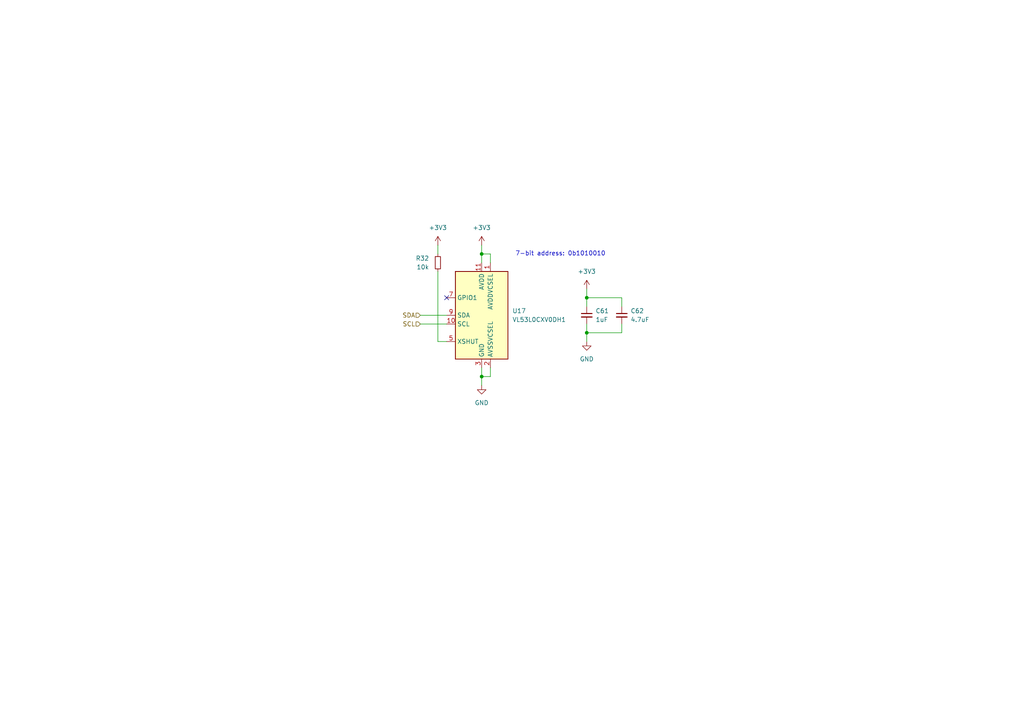
<source format=kicad_sch>
(kicad_sch (version 20250114) (generator "eeschema") (generator_version "9.0")
  (paper "A4")
  (lib_symbols
    (symbol "Device:C_Small" (pin_numbers (hide yes)) (pin_names (offset 0.254) (hide yes))
      (property "Reference" "C" (at 0.254 1.778 0))
      (property "Value" "C_Small" (at 0.254 -2.032 0))
      (symbol "C_Small_0_1"
        (polyline (pts (xy -1.524 0.508) (xy 1.524 0.508)) (stroke (width 0.3048)))
        (polyline (pts (xy -1.524 -0.508) (xy 1.524 -0.508)) (stroke (width 0.3302)))
      )
      (symbol "C_Small_1_1"
        (pin passive line (at 0 2.54 270) (length 2.032) (name "~") (number "1"))
        (pin passive line (at 0 -2.54 90) (length 2.032) (name "~") (number "2"))
      )
    )
    (symbol "Device:R_Small" (pin_numbers (hide yes)) (pin_names (offset 0.254) (hide yes))
      (property "Reference" "R" (at 0.762 0.508 0))
      (property "Value" "R_Small" (at 0.762 -1.016 0))
      (symbol "R_Small_0_1"
        (rectangle (start -0.762 1.778) (end 0.762 -1.778) (stroke (width 0.2032)))
      )
      (symbol "R_Small_1_1"
        (pin passive line (at 0 2.54 270) (length 0.762) (name "~") (number "1"))
        (pin passive line (at 0 -2.54 90) (length 0.762) (name "~") (number "2"))
      )
    )
    (symbol "Sensor_Distance:VL53L0CXV0DH1"
      (property "Reference" "U" (at -6.35 13.97 0))
      (property "Value" "VL53L0CXV0DH1" (at 12.065 13.97 0))
      (symbol "VL53L0CXV0DH1_0_1"
        (rectangle (start -7.62 12.7) (end 7.62 -12.7) (stroke (width 0.254)) (fill (type background)))
      )
      (symbol "VL53L0CXV0DH1_1_1"
        (pin open_collector line (at -10.16 5.08 0) (length 2.54) (name "GPIO1") (number "7"))
        (pin bidirectional line (at -10.16 0 0) (length 2.54) (name "SDA") (number "9"))
        (pin input line (at -10.16 -2.54 0) (length 2.54) (name "SCL") (number "10"))
        (pin input line (at -10.16 -7.62 0) (length 2.54) (name "XSHUT") (number "5"))
        (pin no_connect line (at -7.62 7.62 0) (length 2.54) (hide yes) (name "DNC") (number "8"))
        (pin power_in line (at 0 15.24 270) (length 2.54) (name "AVDD") (number "11"))
        (pin passive line (at 0 -15.24 90) (length 2.54) (hide yes) (name "GND") (number "12"))
        (pin power_in line (at 0 -15.24 90) (length 2.54) (name "GND") (number "3"))
        (pin passive line (at 0 -15.24 90) (length 2.54) (hide yes) (name "GND") (number "4"))
        (pin passive line (at 0 -15.24 90) (length 2.54) (hide yes) (name "GND") (number "6"))
        (pin power_in line (at 2.54 15.24 270) (length 2.54) (name "AVDDVCSEL") (number "1"))
        (pin power_in line (at 2.54 -15.24 90) (length 2.54) (name "AVSSVCSEL") (number "2"))
      )
    )
    (symbol "power:+3V3" (power) (pin_numbers (hide yes)) (pin_names (offset 0) (hide yes))
      (property "Value" "+3V3" (at 0 3.556 0))
      (symbol "+3V3_0_1"
        (polyline (pts (xy -0.762 1.27) (xy 0 2.54)))
        (polyline (pts (xy 0 2.54) (xy 0.762 1.27)))
        (polyline (pts (xy 0 0) (xy 0 2.54)))
      )
      (symbol "+3V3_1_1"
        (pin power_in line (at 0 0 90) (length 0) (name "~") (number "1"))
      )
    )
    (symbol "power:GND" (power) (pin_numbers (hide yes)) (pin_names (offset 0) (hide yes))
      (property "Value" "GND" (at 0 -3.81 0))
      (symbol "GND_0_1"
        (polyline (pts (xy 0 0) (xy 0 -1.27) (xy 1.27 -1.27) (xy 0 -2.54) (xy -1.27 -1.27) (xy 0 -1.27)))
      )
      (symbol "GND_1_1"
        (pin power_in line (at 0 0 270) (length 0) (name "~") (number "1"))
      )
    )
  )
  (text "7-bit address: 0b1010010" (at 162.56 73.66 0) (effects (font (size 1.27 1.27))))
  (junction (at 170.18 86.36))
  (junction (at 139.7 109.22))
  (junction (at 139.7 73.66))
  (junction (at 170.18 96.52))
  (no_connect (at 129.54 86.36))
  (wire (pts (xy 170.18 83.82) (xy 170.18 86.36)))
  (wire (pts (xy 180.34 86.36) (xy 180.34 88.9)))
  (wire (pts (xy 170.18 96.52) (xy 180.34 96.52)))
  (wire (pts (xy 139.7 106.68) (xy 139.7 109.22)))
  (wire (pts (xy 142.24 73.66) (xy 142.24 76.2)))
  (wire (pts (xy 170.18 96.52) (xy 170.18 93.98)))
  (wire (pts (xy 170.18 86.36) (xy 180.34 86.36)))
  (wire (pts (xy 127 78.74) (xy 127 99.06)))
  (wire (pts (xy 142.24 106.68) (xy 142.24 109.22)))
  (wire (pts (xy 127 71.12) (xy 127 73.66)))
  (wire (pts (xy 121.92 93.98) (xy 129.54 93.98)))
  (wire (pts (xy 170.18 96.52) (xy 170.18 99.06)))
  (wire (pts (xy 139.7 109.22) (xy 142.24 109.22)))
  (wire (pts (xy 127 99.06) (xy 129.54 99.06)))
  (wire (pts (xy 180.34 96.52) (xy 180.34 93.98)))
  (wire (pts (xy 139.7 73.66) (xy 142.24 73.66)))
  (wire (pts (xy 139.7 73.66) (xy 139.7 76.2)))
  (wire (pts (xy 121.92 91.44) (xy 129.54 91.44)))
  (wire (pts (xy 139.7 71.12) (xy 139.7 73.66)))
  (wire (pts (xy 139.7 109.22) (xy 139.7 111.76)))
  (wire (pts (xy 170.18 86.36) (xy 170.18 88.9)))
  (hierarchical_label "SDA" (shape input) (at 121.92 91.44 180))
  (hierarchical_label "SCL" (shape input) (at 121.92 93.98 180))
  (symbol (lib_id "power:GND") (at 139.7 111.76 0) (unit 1)
    (property "Reference" "#PWR0185" (effects (hide yes)))
    (property "Value" "GND" (at 139.7 116.84 0))
    (property "Description" "Power symbol creates a global label with name \"GND\" , ground" (effects (hide yes)))
  )
  (symbol (lib_id "Device:C_Small") (at 180.34 91.44 0) (unit 1)
    (property "Reference" "C62" (at 182.88 90.1762 0) (effects (justify left)))
    (property "Value" "4.7uF" (at 182.88 92.7162 0) (effects (justify left)))
    (property "Footprint" "Capacitor_SMD:C_0402_1005Metric" (effects (hide yes)))
    (property "Description" "Unpolarized capacitor, small symbol" (effects (hide yes)))
    (property "LCSC" "C23733" (effects (hide yes)))
  )
  (symbol (lib_id "Sensor_Distance:VL53L0CXV0DH1") (at 139.7 91.44 0) (unit 1)
    (property "Reference" "U17" (at 148.59 90.1699 0) (effects (justify left)))
    (property "Value" "VL53L0CXV0DH1" (at 148.59 92.7099 0) (effects (justify left)))
    (property "Footprint" "Sensor_Distance:ST_VL53L1x" (effects (hide yes)))
    (property "Datasheet" "https://www.st.com/resource/en/datasheet/vl53l0x.pdf" (effects (hide yes)))
    (property "Description" "2m distance ranging ToF sensor, Optical LGA12" (effects (hide yes)))
    (property "LCSC" " C91199" (effects (hide yes)))
  )
  (symbol (lib_id "Device:C_Small") (at 170.18 91.44 0) (unit 1)
    (property "Reference" "C61" (at 172.72 90.1762 0) (effects (justify left)))
    (property "Value" "1uF" (at 172.72 92.7162 0) (effects (justify left)))
    (property "Footprint" "Capacitor_SMD:C_0402_1005Metric" (effects (hide yes)))
    (property "Description" "Unpolarized capacitor, small symbol" (effects (hide yes)))
    (property "LCSC" "C52923" (effects (hide yes)))
  )
  (symbol (lib_id "power:+3V3") (at 170.18 83.82 0) (unit 1)
    (property "Reference" "#PWR0186" (effects (hide yes)))
    (property "Value" "+3V3" (at 170.18 78.74 0))
    (property "Description" "Power symbol creates a global label with name \"+3V3\"" (effects (hide yes)))
  )
  (symbol (lib_id "Device:R_Small") (at 127 76.2 0) (mirror y) (unit 1)
    (property "Reference" "R32" (at 124.46 74.9299 0) (effects (justify left)))
    (property "Value" "10k" (at 124.46 77.4699 0) (effects (justify left)))
    (property "Footprint" "Resistor_SMD:R_0402_1005Metric" (effects (hide yes)))
    (property "Description" "Resistor, small symbol" (effects (hide yes)))
    (property "LCSC" "C25744" (effects (hide yes)))
  )
  (symbol (lib_id "power:GND") (at 170.18 99.06 0) (unit 1)
    (property "Reference" "#PWR0187" (effects (hide yes)))
    (property "Value" "GND" (at 170.18 104.14 0))
    (property "Description" "Power symbol creates a global label with name \"GND\" , ground" (effects (hide yes)))
  )
  (symbol (lib_id "power:+3V3") (at 127 71.12 0) (unit 1)
    (property "Reference" "#PWR0183" (effects (hide yes)))
    (property "Value" "+3V3" (at 127 66.04 0))
    (property "Description" "Power symbol creates a global label with name \"+3V3\"" (effects (hide yes)))
  )
  (symbol (lib_id "power:+3V3") (at 139.7 71.12 0) (unit 1)
    (property "Reference" "#PWR0184" (effects (hide yes)))
    (property "Value" "+3V3" (at 139.7 66.04 0))
    (property "Description" "Power symbol creates a global label with name \"+3V3\"" (effects (hide yes)))
  )
)
</source>
